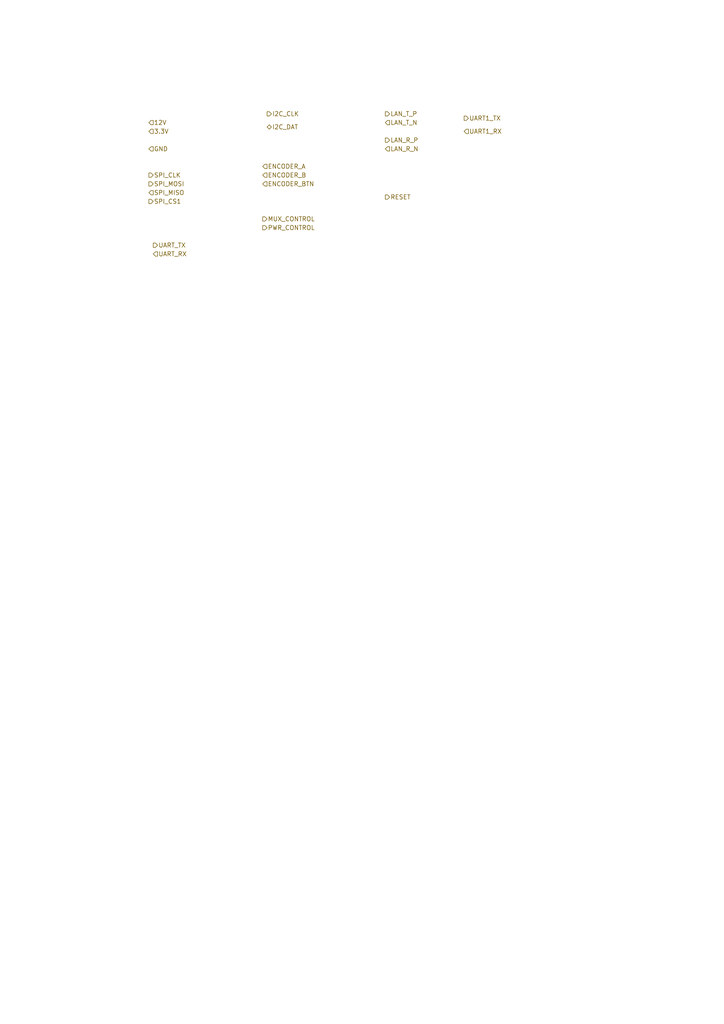
<source format=kicad_sch>
(kicad_sch (version 20210621) (generator eeschema)
  (paper "A4" portrait)
  (title_block (title "Camera Debug Facility") (date "2021-10-31") (rev "2.1.0-pre1"))
  (lib_symbols)
  (hierarchical_label "12V" (shape input) (at 43.18 35.56 0))
  (hierarchical_label "3.3V" (shape input) (at 43.18 38.1 0))
  (hierarchical_label "GND" (shape input) (at 43.18 43.18 0))
  (hierarchical_label "SPI_CLK" (shape output) (at 43.18 50.8 0))
  (hierarchical_label "SPI_MOSI" (shape output) (at 43.18 53.34 0))
  (hierarchical_label "SPI_MISO" (shape input) (at 43.18 55.88 0))
  (hierarchical_label "SPI_CS1" (shape output) (at 43.18 58.42 0))
  (hierarchical_label "UART_TX" (shape output) (at 44.45 71.12 0))
  (hierarchical_label "UART_RX" (shape input) (at 44.45 73.66 0))
  (hierarchical_label "ENCODER_A" (shape input) (at 76.2 48.26 0))
  (hierarchical_label "ENCODER_B" (shape input) (at 76.2 50.8 0))
  (hierarchical_label "ENCODER_BTN" (shape input) (at 76.2 53.34 0))
  (hierarchical_label "MUX_CONTROL" (shape output) (at 76.2 63.5 0))
  (hierarchical_label "PWR_CONTROL" (shape output) (at 76.2 66.04 0))
  (hierarchical_label "I2C_CLK" (shape output) (at 77.47 33.02 0))
  (hierarchical_label "I2C_DAT" (shape bidirectional) (at 77.47 36.83 0))
  (hierarchical_label "LAN_T_P" (shape output) (at 111.76 33.02 0))
  (hierarchical_label "LAN_T_N" (shape input) (at 111.76 35.56 0))
  (hierarchical_label "LAN_R_P" (shape output) (at 111.76 40.64 0))
  (hierarchical_label "LAN_R_N" (shape input) (at 111.76 43.18 0))
  (hierarchical_label "RESET" (shape output) (at 111.76 57.15 0))
  (hierarchical_label "UART1_TX" (shape output) (at 134.62 34.29 0))
  (hierarchical_label "UART1_RX" (shape input) (at 134.62 38.1 0))
)
</source>
